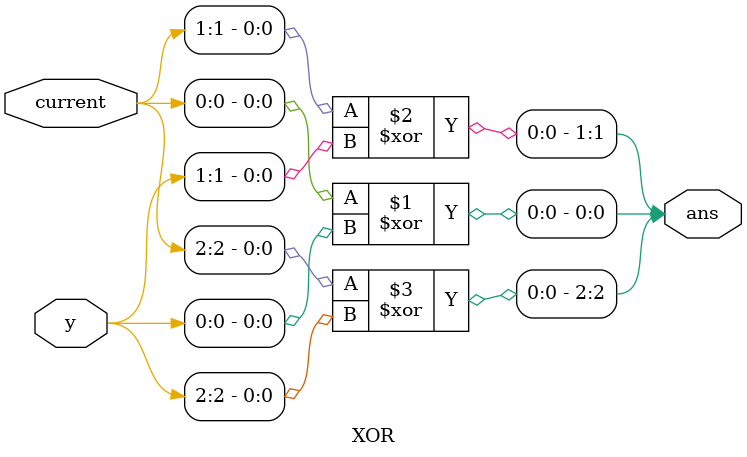
<source format=v>

`timescale 1ps / 1ps


module XOR (y,current,ans);	
	
	input [3:0] y;
	input [2:0]	current;
	output [2:0] ans;
	
	assign ans[0]  = current[0] ^ y[0]; 

	assign ans[1]  = current[1]  ^ y[1];
	assign ans[2]  = current[2]  ^ y[2];


//}} End of automatically maintained section

// Enter your statements here //

endmodule

</source>
